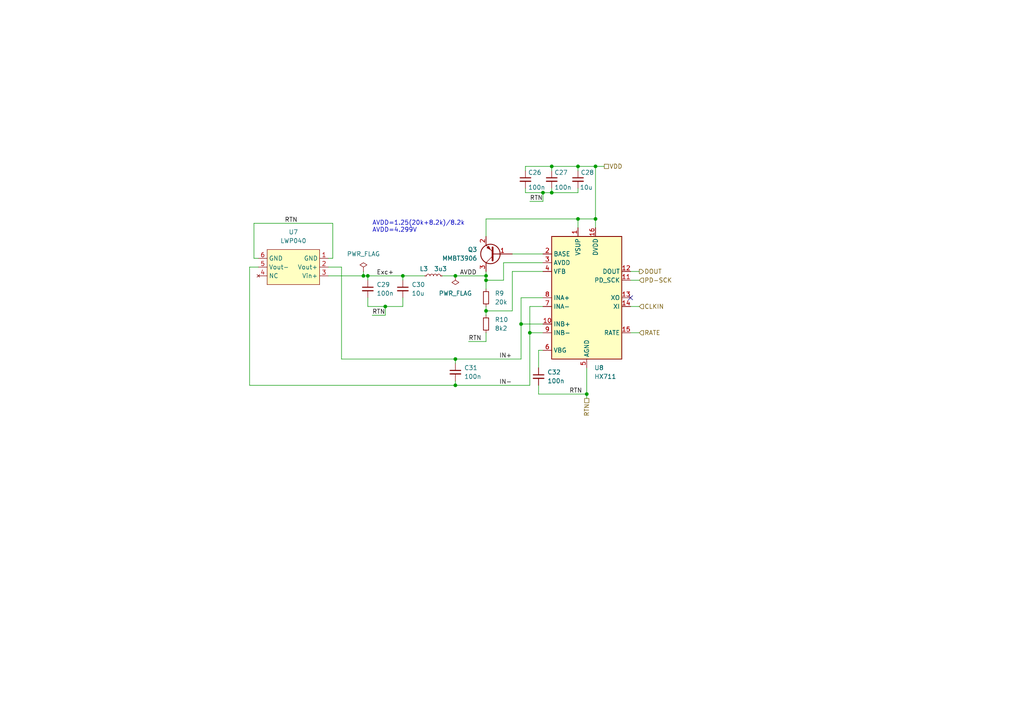
<source format=kicad_sch>
(kicad_sch (version 20231120) (generator "eeschema") (generator_version "8.0")
  (paper "A4")
  (lib_symbols
    (symbol "Analog_ADC:HX711"
      (property "Reference" "U" (at 5.08 21.59 0))
      (property "Value" "HX711" (at 7.62 19.05 0))
      (symbol "HX711_0_1"
        (rectangle (start -10.16 17.78) (end 10.16 -17.78) (stroke (width 0.254)) (fill (type background)))
      )
      (symbol "HX711_1_1"
        (pin power_in line (at -2.54 20.32 270) (length 2.54) (name "VSUP") (number "1"))
        (pin input line (at -12.7 -7.62 0) (length 2.54) (name "INB+") (number "10"))
        (pin input line (at 12.7 5.08 180) (length 2.54) (name "PD_SCK") (number "11"))
        (pin output line (at 12.7 7.62 180) (length 2.54) (name "DOUT") (number "12"))
        (pin passive line (at 12.7 0 180) (length 2.54) (name "XO") (number "13"))
        (pin passive line (at 12.7 -2.54 180) (length 2.54) (name "XI") (number "14"))
        (pin input line (at 12.7 -10.16 180) (length 2.54) (name "RATE") (number "15"))
        (pin power_in line (at 2.54 20.32 270) (length 2.54) (name "DVDD") (number "16"))
        (pin passive line (at -12.7 12.7 0) (length 2.54) (name "BASE") (number "2"))
        (pin power_in line (at -12.7 10.16 0) (length 2.54) (name "AVDD") (number "3"))
        (pin input line (at -12.7 7.62 0) (length 2.54) (name "VFB") (number "4"))
        (pin power_in line (at 0 -20.32 90) (length 2.54) (name "AGND") (number "5"))
        (pin passive line (at -12.7 -15.24 0) (length 2.54) (name "VBG") (number "6"))
        (pin input line (at -12.7 -2.54 0) (length 2.54) (name "INA-") (number "7"))
        (pin input line (at -12.7 0 0) (length 2.54) (name "INA+") (number "8"))
        (pin input line (at -12.7 -10.16 0) (length 2.54) (name "INB-") (number "9"))
      )
    )
    (symbol "Device:C_Small" (pin_numbers hide) (pin_names (offset 0.254) hide)
      (property "Reference" "C" (at 0.254 1.778 0))
      (property "Value" "C_Small" (at 0.254 -2.032 0))
      (symbol "C_Small_0_1"
        (polyline (pts (xy -1.524 -0.508) (xy 1.524 -0.508)) (stroke (width 0.3302)))
        (polyline (pts (xy -1.524 0.508) (xy 1.524 0.508)) (stroke (width 0.3048)))
      )
      (symbol "C_Small_1_1"
        (pin passive line (at 0 2.54 270) (length 2.032) (name "~") (number "1"))
        (pin passive line (at 0 -2.54 90) (length 2.032) (name "~") (number "2"))
      )
    )
    (symbol "Device:L_Small" (pin_numbers hide) (pin_names (offset 0.254) hide)
      (property "Reference" "L" (at 0.762 1.016 0))
      (property "Value" "L_Small" (at 0.762 -1.016 0))
      (symbol "L_Small_0_1"
        (arc (start 0 -2.032) (mid 0.5058 -1.524) (end 0 -1.016))
        (arc (start 0 -1.016) (mid 0.5058 -0.508) (end 0 0))
        (arc (start 0 0) (mid 0.5058 0.508) (end 0 1.016))
        (arc (start 0 1.016) (mid 0.5058 1.524) (end 0 2.032))
      )
      (symbol "L_Small_1_1"
        (pin passive line (at 0 2.54 270) (length 0.508) (name "~") (number "1"))
        (pin passive line (at 0 -2.54 90) (length 0.508) (name "~") (number "2"))
      )
    )
    (symbol "Device:R_Small" (pin_numbers hide) (pin_names (offset 0.254) hide)
      (property "Reference" "R" (at 0.762 0.508 0))
      (property "Value" "R_Small" (at 0.762 -1.016 0))
      (symbol "R_Small_0_1"
        (rectangle (start -0.762 1.778) (end 0.762 -1.778) (stroke (width 0.2032)))
      )
      (symbol "R_Small_1_1"
        (pin passive line (at 0 2.54 270) (length 0.762) (name "~") (number "1"))
        (pin passive line (at 0 -2.54 90) (length 0.762) (name "~") (number "2"))
      )
    )
    (symbol "Pressure_Sensor_SOP6:LWP040"
      (property "Reference" "U" (at 0.762 1.27 0))
      (property "Value" "LWP040" (at 7.366 -11.684 0))
      (symbol "LWP040_1_1"
        (rectangle (start 0 0) (end 15.24 -10.16) (fill (type background)))
        (pin power_in line (at 17.78 -2.54 180) (length 2.54) (name "GND") (number "1"))
        (pin output line (at 17.78 -5.08 180) (length 2.54) (name "Vout+") (number "2"))
        (pin power_in line (at 17.78 -7.62 180) (length 2.54) (name "Vin+") (number "3"))
        (pin no_connect line (at -2.54 -7.62 0) (length 2.54) (name "NC") (number "4"))
        (pin output line (at -2.54 -5.08 0) (length 2.54) (name "Vout-") (number "5"))
        (pin power_in line (at -2.54 -2.54 0) (length 2.54) (name "GND") (number "6"))
      )
    )
    (symbol "Transistor_BJT:MMBT3906" (pin_names (offset 0) hide)
      (property "Reference" "Q" (at 5.08 1.905 0))
      (property "Value" "MMBT3906" (at 5.08 0 0))
      (symbol "MMBT3906_0_1"
        (polyline (pts (xy 0.635 0.635) (xy 2.54 2.54)))
        (polyline (pts (xy 0.635 -0.635) (xy 2.54 -2.54) (xy 2.54 -2.54)))
        (polyline (pts (xy 0.635 1.905) (xy 0.635 -1.905) (xy 0.635 -1.905)) (stroke (width 0.508)))
        (polyline (pts (xy 2.286 -1.778) (xy 1.778 -2.286) (xy 1.27 -1.27) (xy 2.286 -1.778) (xy 2.286 -1.778)) (fill (type outline)))
        (circle (center 1.27 0) (radius 2.8194) (stroke (width 0.254)))
      )
      (symbol "MMBT3906_1_1"
        (pin input line (at -5.08 0 0) (length 5.715) (name "B") (number "1"))
        (pin passive line (at 2.54 -5.08 90) (length 2.54) (name "E") (number "2"))
        (pin passive line (at 2.54 5.08 270) (length 2.54) (name "C") (number "3"))
      )
    )
    (symbol "power:PWR_FLAG" (power) (pin_numbers hide) (pin_names (offset 0) hide)
      (property "Value" "PWR_FLAG" (at 0 3.81 0))
      (symbol "PWR_FLAG_0_0"
        (pin power_out line (at 0 0 90) (length 0) (name "~") (number "1"))
      )
      (symbol "PWR_FLAG_0_1"
        (polyline (pts (xy 0 0) (xy 0 1.27) (xy -1.016 1.905) (xy 0 2.54) (xy 1.016 1.905) (xy 0 1.27)))
      )
    )
  )
  (junction (at 106.68 80.01))
  (junction (at 140.97 80.01))
  (junction (at 132.08 111.76))
  (junction (at 172.72 63.5))
  (junction (at 105.41 80.01))
  (junction (at 116.84 80.01))
  (junction (at 132.08 104.14))
  (junction (at 153.67 96.52))
  (junction (at 140.97 81.28))
  (junction (at 140.97 90.17))
  (junction (at 160.02 55.88))
  (junction (at 132.08 80.01))
  (junction (at 172.72 48.26))
  (junction (at 167.64 63.5))
  (junction (at 160.02 48.26))
  (junction (at 111.76 88.9))
  (junction (at 170.18 114.3))
  (junction (at 151.13 93.98))
  (junction (at 167.64 48.26))
  (junction (at 157.48 55.88))
  (no_connect (at 182.88 86.36))
  (wire (pts (xy 128.27 80.01) (xy 132.08 80.01)))
  (wire (pts (xy 135.89 99.06) (xy 140.97 99.06)))
  (wire (pts (xy 167.64 63.5) (xy 172.72 63.5)))
  (wire (pts (xy 116.84 80.01) (xy 123.19 80.01)))
  (wire (pts (xy 175.26 48.26) (xy 172.72 48.26)))
  (wire (pts (xy 99.06 104.14) (xy 99.06 77.47)))
  (wire (pts (xy 153.67 96.52) (xy 153.67 111.76)))
  (wire (pts (xy 132.08 104.14) (xy 132.08 105.41)))
  (wire (pts (xy 160.02 54.61) (xy 160.02 55.88)))
  (wire (pts (xy 185.42 78.74) (xy 182.88 78.74)))
  (wire (pts (xy 157.48 55.88) (xy 157.48 58.42)))
  (wire (pts (xy 73.66 64.77) (xy 96.52 64.77)))
  (wire (pts (xy 116.84 81.28) (xy 116.84 80.01)))
  (wire (pts (xy 116.84 80.01) (xy 106.68 80.01)))
  (wire (pts (xy 146.05 76.2) (xy 146.05 81.28)))
  (wire (pts (xy 157.48 86.36) (xy 151.13 86.36)))
  (wire (pts (xy 95.25 80.01) (xy 105.41 80.01)))
  (wire (pts (xy 153.67 58.42) (xy 157.48 58.42)))
  (wire (pts (xy 72.39 77.47) (xy 72.39 111.76)))
  (wire (pts (xy 148.59 90.17) (xy 140.97 90.17)))
  (wire (pts (xy 170.18 106.68) (xy 170.18 114.3)))
  (wire (pts (xy 167.64 48.26) (xy 172.72 48.26)))
  (wire (pts (xy 140.97 63.5) (xy 167.64 63.5)))
  (wire (pts (xy 140.97 81.28) (xy 140.97 83.82)))
  (wire (pts (xy 140.97 99.06) (xy 140.97 96.52)))
  (wire (pts (xy 132.08 104.14) (xy 151.13 104.14)))
  (wire (pts (xy 160.02 48.26) (xy 160.02 49.53)))
  (wire (pts (xy 156.21 101.6) (xy 157.48 101.6)))
  (wire (pts (xy 153.67 88.9) (xy 157.48 88.9)))
  (wire (pts (xy 148.59 78.74) (xy 148.59 90.17)))
  (wire (pts (xy 160.02 55.88) (xy 157.48 55.88)))
  (wire (pts (xy 167.64 54.61) (xy 167.64 55.88)))
  (wire (pts (xy 106.68 88.9) (xy 111.76 88.9)))
  (wire (pts (xy 152.4 48.26) (xy 160.02 48.26)))
  (wire (pts (xy 106.68 86.36) (xy 106.68 88.9)))
  (wire (pts (xy 157.48 55.88) (xy 152.4 55.88)))
  (wire (pts (xy 157.48 76.2) (xy 146.05 76.2)))
  (wire (pts (xy 167.64 63.5) (xy 167.64 66.04)))
  (wire (pts (xy 182.88 96.52) (xy 185.42 96.52)))
  (wire (pts (xy 151.13 93.98) (xy 157.48 93.98)))
  (wire (pts (xy 167.64 55.88) (xy 160.02 55.88)))
  (wire (pts (xy 182.88 88.9) (xy 185.42 88.9)))
  (wire (pts (xy 105.41 80.01) (xy 106.68 80.01)))
  (wire (pts (xy 74.93 74.93) (xy 73.66 74.93)))
  (wire (pts (xy 96.52 74.93) (xy 96.52 64.77)))
  (wire (pts (xy 182.88 81.28) (xy 185.42 81.28)))
  (wire (pts (xy 73.66 74.93) (xy 73.66 64.77)))
  (wire (pts (xy 170.18 114.3) (xy 170.18 115.57)))
  (wire (pts (xy 140.97 63.5) (xy 140.97 68.58)))
  (wire (pts (xy 151.13 93.98) (xy 151.13 104.14)))
  (wire (pts (xy 74.93 77.47) (xy 72.39 77.47)))
  (wire (pts (xy 140.97 90.17) (xy 140.97 88.9)))
  (wire (pts (xy 99.06 104.14) (xy 132.08 104.14)))
  (wire (pts (xy 105.41 78.74) (xy 105.41 80.01)))
  (wire (pts (xy 107.95 91.44) (xy 111.76 91.44)))
  (wire (pts (xy 146.05 81.28) (xy 140.97 81.28)))
  (wire (pts (xy 160.02 48.26) (xy 167.64 48.26)))
  (wire (pts (xy 132.08 80.01) (xy 140.97 80.01)))
  (wire (pts (xy 111.76 88.9) (xy 111.76 91.44)))
  (wire (pts (xy 167.64 48.26) (xy 167.64 49.53)))
  (wire (pts (xy 140.97 90.17) (xy 140.97 91.44)))
  (wire (pts (xy 132.08 111.76) (xy 132.08 110.49)))
  (wire (pts (xy 152.4 55.88) (xy 152.4 54.61)))
  (wire (pts (xy 111.76 88.9) (xy 116.84 88.9)))
  (wire (pts (xy 148.59 73.66) (xy 157.48 73.66)))
  (wire (pts (xy 99.06 77.47) (xy 95.25 77.47)))
  (wire (pts (xy 157.48 96.52) (xy 153.67 96.52)))
  (wire (pts (xy 157.48 78.74) (xy 148.59 78.74)))
  (wire (pts (xy 140.97 78.74) (xy 140.97 80.01)))
  (wire (pts (xy 153.67 96.52) (xy 153.67 88.9)))
  (wire (pts (xy 132.08 111.76) (xy 153.67 111.76)))
  (wire (pts (xy 156.21 111.76) (xy 156.21 114.3)))
  (wire (pts (xy 116.84 88.9) (xy 116.84 86.36)))
  (wire (pts (xy 140.97 80.01) (xy 140.97 81.28)))
  (wire (pts (xy 95.25 74.93) (xy 96.52 74.93)))
  (wire (pts (xy 151.13 86.36) (xy 151.13 93.98)))
  (wire (pts (xy 156.21 114.3) (xy 170.18 114.3)))
  (wire (pts (xy 172.72 66.04) (xy 172.72 63.5)))
  (wire (pts (xy 72.39 111.76) (xy 132.08 111.76)))
  (wire (pts (xy 106.68 80.01) (xy 106.68 81.28)))
  (wire (pts (xy 172.72 48.26) (xy 172.72 63.5)))
  (wire (pts (xy 156.21 106.68) (xy 156.21 101.6)))
  (wire (pts (xy 152.4 48.26) (xy 152.4 49.53)))
  (text "AVDD=1.25(20k+8.2k)/8.2k\nAVDD=4.299V\n" (at 107.95 65.786 0) (effects (font (size 1.27 1.27)) (justify left)))
  (label "RTN" (at 153.67 58.42 0))
  (label "RTN" (at 107.95 91.44 0))
  (label "IN-" (at 144.78 111.76 0))
  (label "IN+" (at 144.78 104.14 0))
  (label "RTN" (at 135.89 99.06 0))
  (label "Exc+" (at 109.22 80.01 0))
  (label "AVDD" (at 133.35 80.01 0))
  (label "RTN" (at 165.1 114.3 0))
  (label "RTN" (at 82.55 64.77 0))
  (hierarchical_label "DOUT" (shape output) (at 185.42 78.74 0))
  (hierarchical_label "VDD" (shape passive) (at 175.26 48.26 0))
  (hierarchical_label "PD-SCK" (shape input) (at 185.42 81.28 0))
  (hierarchical_label "CLKIN" (shape input) (at 185.42 88.9 0))
  (hierarchical_label "RTN" (shape passive) (at 170.18 115.57 270))
  (hierarchical_label "RATE" (shape input) (at 185.42 96.52 0))
  (symbol (lib_id "Device:C_Small") (at 167.64 52.07 0) (unit 1)
    (property "Reference" "C28" (at 168.402 50.038 0) (effects (justify left)))
    (property "Value" "10u" (at 168.148 54.356 0) (effects (justify left)))
    (property "Footprint" "Capacitor_SMD:C_0603_1608Metric" (effects (hide yes)))
    (property "Description" "Unpolarized capacitor, small symbol" (effects (hide yes)))
    (instances (project "pressure-sensor-interface" (path "" (reference "C28") (unit 1)) (path "" (reference "C56") (unit 1)) (path "" (reference "C35") (unit 1)) (path "" (reference "C63") (unit 1)) (path "" (reference "C49") (unit 1)) (path "" (reference "C21") (unit 1)) (path "" (reference "C42") (unit 1)) (path "" (reference "C14") (unit 1))))
  )
  (symbol (lib_id "Device:C_Small") (at 160.02 52.07 0) (unit 1)
    (property "Reference" "C27" (at 160.782 50.038 0) (effects (justify left)))
    (property "Value" "100n" (at 160.782 54.356 0) (effects (justify left)))
    (property "Footprint" "Capacitor_SMD:C_0603_1608Metric" (effects (hide yes)))
    (property "Description" "Unpolarized capacitor, small symbol" (effects (hide yes)))
    (instances (project "pressure-sensor-interface" (path "" (reference "C27") (unit 1)) (path "" (reference "C55") (unit 1)) (path "" (reference "C34") (unit 1)) (path "" (reference "C62") (unit 1)) (path "" (reference "C48") (unit 1)) (path "" (reference "C20") (unit 1)) (path "" (reference "C41") (unit 1)) (path "" (reference "C13") (unit 1))))
  )
  (symbol (lib_id "power:PWR_FLAG") (at 105.41 78.74 0) (unit 1)
    (property "Reference" "#FLG06" (effects (hide yes)))
    (property "Value" "PWR_FLAG" (at 105.41 73.66 0))
    (property "Description" "Special symbol for telling ERC where power comes from" (effects (hide yes)))
    (instances (project "" (path "" (reference "#FLG06") (unit 1)) (path "" (reference "#FLG010") (unit 1)) (path "" (reference "#FLG07") (unit 1)) (path "" (reference "#FLG011") (unit 1)) (path "" (reference "#FLG09") (unit 1)) (path "" (reference "#FLG05") (unit 1)) (path "" (reference "#FLG08") (unit 1)) (path "" (reference "#FLG04") (unit 1))))
  )
  (symbol (lib_id "Device:C_Small") (at 116.84 83.82 0) (unit 1)
    (property "Reference" "C30" (at 119.38 82.5562 0) (effects (justify left)))
    (property "Value" "10u" (at 119.38 85.0962 0) (effects (justify left)))
    (property "Footprint" "Capacitor_SMD:C_0603_1608Metric" (effects (hide yes)))
    (property "Description" "Unpolarized capacitor, small symbol" (effects (hide yes)))
    (instances (project "pressure-sensor-interface" (path "" (reference "C30") (unit 1)) (path "" (reference "C58") (unit 1)) (path "" (reference "C37") (unit 1)) (path "" (reference "C65") (unit 1)) (path "" (reference "C51") (unit 1)) (path "" (reference "C23") (unit 1)) (path "" (reference "C44") (unit 1)) (path "" (reference "C16") (unit 1))))
  )
  (symbol (lib_id "Transistor_BJT:MMBT3906") (at 143.51 73.66 180) (unit 1)
    (property "Reference" "Q3" (at 138.43 72.3899 0) (effects (justify left)))
    (property "Value" "MMBT3906" (at 138.43 74.9299 0) (effects (justify left)))
    (property "Footprint" "Package_TO_SOT_SMD:SOT-23" (effects (hide yes)))
    (property "Datasheet" "https://www.onsemi.com/pdf/datasheet/pzt3906-d.pdf" (effects (hide yes)))
    (property "Description" "-0.2A Ic, -40V Vce, Small Signal PNP Transistor, SOT-23" (effects (hide yes)))
    (instances (project "pressure-sensor-interface" (path "" (reference "Q3") (unit 1)) (path "" (reference "Q7") (unit 1)) (path "" (reference "Q4") (unit 1)) (path "" (reference "Q8") (unit 1)) (path "" (reference "Q6") (unit 1)) (path "" (reference "Q2") (unit 1)) (path "" (reference "Q5") (unit 1)) (path "" (reference "Q1") (unit 1))))
  )
  (symbol (lib_id "Device:C_Small") (at 132.08 107.95 0) (unit 1)
    (property "Reference" "C31" (at 134.62 106.6862 0) (effects (justify left)))
    (property "Value" "100n" (at 134.62 109.2262 0) (effects (justify left)))
    (property "Footprint" "Capacitor_SMD:C_0603_1608Metric" (effects (hide yes)))
    (property "Description" "Unpolarized capacitor, small symbol" (effects (hide yes)))
    (instances (project "pressure-sensor-interface" (path "" (reference "C31") (unit 1)) (path "" (reference "C59") (unit 1)) (path "" (reference "C38") (unit 1)) (path "" (reference "C66") (unit 1)) (path "" (reference "C52") (unit 1)) (path "" (reference "C24") (unit 1)) (path "" (reference "C45") (unit 1)) (path "" (reference "C17") (unit 1))))
  )
  (symbol (lib_id "Analog_ADC:HX711") (at 170.18 86.36 0) (unit 1)
    (property "Reference" "U8" (at 172.3741 106.68 0) (effects (justify left)))
    (property "Value" "HX711" (at 172.3741 109.22 0) (effects (justify left)))
    (property "Footprint" "Package_SO:SOP-16_3.9x9.9mm_P1.27mm" (effects (hide yes)))
    (property "Datasheet" "https://web.archive.org/web/20220615044707/https://akizukidenshi.com/download/ds/avia/hx711.pdf" (effects (hide yes)))
    (property "Description" "24-Bit Analog-to-Digital Converter (ADC) for Weight Scales" (effects (hide yes)))
    (instances (project "pressure-sensor-interface" (path "" (reference "U8") (unit 1)) (path "" (reference "U16") (unit 1)) (path "" (reference "U10") (unit 1)) (path "" (reference "U18") (unit 1)) (path "" (reference "U14") (unit 1)) (path "" (reference "U6") (unit 1)) (path "" (reference "U12") (unit 1)) (path "" (reference "U4") (unit 1))))
  )
  (symbol (lib_id "Device:L_Small") (at 125.73 80.01 90) (unit 1)
    (property "Reference" "L3" (at 122.936 77.978 90))
    (property "Value" "3u3" (at 127.762 77.978 90))
    (property "Footprint" "Inductor_SMD:L_0603_1608Metric" (effects (hide yes)))
    (property "Description" "Inductor, small symbol" (effects (hide yes)))
    (instances (project "pressure-sensor-interface" (path "" (reference "L3") (unit 1)) (path "" (reference "L7") (unit 1)) (path "" (reference "L4") (unit 1)) (path "" (reference "L8") (unit 1)) (path "" (reference "L6") (unit 1)) (path "" (reference "L2") (unit 1)) (path "" (reference "L5") (unit 1)) (path "" (reference "L1") (unit 1))))
  )
  (symbol (lib_id "Pressure_Sensor_SOP6:LWP040") (at 77.47 72.39 0) (unit 1)
    (property "Reference" "U7" (at 85.09 67.31 0))
    (property "Value" "LWP040" (at 85.09 69.85 0))
    (property "Footprint" "Pressure_Sensor_SOP6:SOIC-6-Pressure-Sensor" (effects (hide yes)))
    (property "Datasheet" "https://www.lcsc.com/datasheet/lcsc_datasheet_2310271811_LONGWAY-LWP040-PSGLC-S_C19100510.pdf" (effects (hide yes)))
    (property "Description" "-40kPa~40kPa Pressure Sensor 5-10VDC 55~90mV full scale differential output" (effects (hide yes)))
    (instances (project "pressure-sensor-interface" (path "" (reference "U7") (unit 1)) (path "" (reference "U15") (unit 1)) (path "" (reference "U9") (unit 1)) (path "" (reference "U17") (unit 1)) (path "" (reference "U13") (unit 1)) (path "" (reference "U5") (unit 1)) (path "" (reference "U11") (unit 1)) (path "" (reference "U3") (unit 1))))
  )
  (symbol (lib_id "Device:R_Small") (at 140.97 86.36 0) (mirror y) (unit 1)
    (property "Reference" "R9" (at 143.51 85.0899 0) (effects (justify right)))
    (property "Value" "20k" (at 143.51 87.6299 0) (effects (justify right)))
    (property "Footprint" "Resistor_SMD:R_0603_1608Metric" (effects (hide yes)))
    (property "Description" "Resistor, small symbol" (effects (hide yes)))
    (instances (project "pressure-sensor-interface" (path "" (reference "R9") (unit 1)) (path "" (reference "R17") (unit 1)) (path "" (reference "R11") (unit 1)) (path "" (reference "R19") (unit 1)) (path "" (reference "R15") (unit 1)) (path "" (reference "R7") (unit 1)) (path "" (reference "R13") (unit 1)) (path "" (reference "R5") (unit 1))))
  )
  (symbol (lib_id "Device:C_Small") (at 152.4 52.07 0) (unit 1)
    (property "Reference" "C26" (at 153.162 50.038 0) (effects (justify left)))
    (property "Value" "100n" (at 153.162 54.356 0) (effects (justify left)))
    (property "Footprint" "Capacitor_SMD:C_0603_1608Metric" (effects (hide yes)))
    (property "Description" "Unpolarized capacitor, small symbol" (effects (hide yes)))
    (instances (project "pressure-sensor-interface" (path "" (reference "C26") (unit 1)) (path "" (reference "C54") (unit 1)) (path "" (reference "C33") (unit 1)) (path "" (reference "C61") (unit 1)) (path "" (reference "C47") (unit 1)) (path "" (reference "C19") (unit 1)) (path "" (reference "C40") (unit 1)) (path "" (reference "C12") (unit 1))))
  )
  (symbol (lib_id "Device:C_Small") (at 106.68 83.82 0) (unit 1)
    (property "Reference" "C29" (at 109.22 82.5562 0) (effects (justify left)))
    (property "Value" "100n" (at 109.22 85.0962 0) (effects (justify left)))
    (property "Footprint" "Capacitor_SMD:C_0603_1608Metric" (effects (hide yes)))
    (property "Description" "Unpolarized capacitor, small symbol" (effects (hide yes)))
    (instances (project "pressure-sensor-interface" (path "" (reference "C29") (unit 1)) (path "" (reference "C57") (unit 1)) (path "" (reference "C36") (unit 1)) (path "" (reference "C64") (unit 1)) (path "" (reference "C50") (unit 1)) (path "" (reference "C22") (unit 1)) (path "" (reference "C43") (unit 1)) (path "" (reference "C15") (unit 1))))
  )
  (symbol (lib_id "power:PWR_FLAG") (at 132.08 80.01 180) (unit 1)
    (property "Reference" "#FLG014" (effects (hide yes)))
    (property "Value" "PWR_FLAG" (at 132.08 85.09 0))
    (property "Description" "Special symbol for telling ERC where power comes from" (effects (hide yes)))
    (instances (project "pressure-sensor-interface" (path "" (reference "#FLG014") (unit 1)) (path "" (reference "#FLG018") (unit 1)) (path "" (reference "#FLG015") (unit 1)) (path "" (reference "#FLG019") (unit 1)) (path "" (reference "#FLG017") (unit 1)) (path "" (reference "#FLG013") (unit 1)) (path "" (reference "#FLG016") (unit 1)) (path "" (reference "#FLG012") (unit 1))))
  )
  (symbol (lib_id "Device:R_Small") (at 140.97 93.98 0) (mirror y) (unit 1)
    (property "Reference" "R10" (at 143.51 92.7099 0) (effects (justify right)))
    (property "Value" "8k2" (at 143.51 95.2499 0) (effects (justify right)))
    (property "Footprint" "Resistor_SMD:R_0603_1608Metric" (effects (hide yes)))
    (property "Description" "Resistor, small symbol" (effects (hide yes)))
    (instances (project "pressure-sensor-interface" (path "" (reference "R10") (unit 1)) (path "" (reference "R18") (unit 1)) (path "" (reference "R12") (unit 1)) (path "" (reference "R20") (unit 1)) (path "" (reference "R16") (unit 1)) (path "" (reference "R8") (unit 1)) (path "" (reference "R14") (unit 1)) (path "" (reference "R6") (unit 1))))
  )
  (symbol (lib_id "Device:C_Small") (at 156.21 109.22 0) (unit 1)
    (property "Reference" "C32" (at 158.75 107.9562 0) (effects (justify left)))
    (property "Value" "100n" (at 158.75 110.4962 0) (effects (justify left)))
    (property "Footprint" "Capacitor_SMD:C_0603_1608Metric" (effects (hide yes)))
    (property "Description" "Unpolarized capacitor, small symbol" (effects (hide yes)))
    (instances (project "pressure-sensor-interface" (path "" (reference "C32") (unit 1)) (path "" (reference "C60") (unit 1)) (path "" (reference "C39") (unit 1)) (path "" (reference "C67") (unit 1)) (path "" (reference "C53") (unit 1)) (path "" (reference "C25") (unit 1)) (path "" (reference "C46") (unit 1)) (path "" (reference "C18") (unit 1))))
  )
)
</source>
